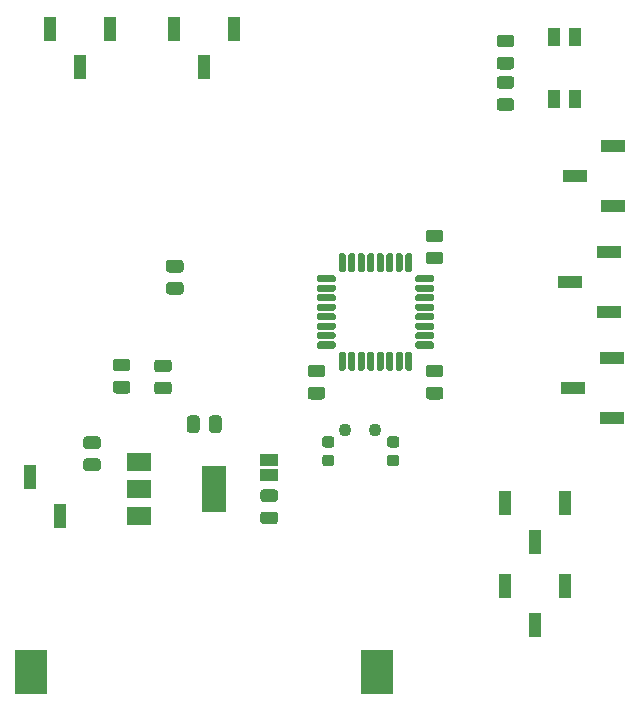
<source format=gbr>
%TF.GenerationSoftware,KiCad,Pcbnew,(5.1.6)-1*%
%TF.CreationDate,2021-01-08T17:07:44+01:00*%
%TF.ProjectId,stm32L412K8T6,73746d33-324c-4343-9132-4b3854362e6b,rev?*%
%TF.SameCoordinates,Original*%
%TF.FileFunction,Soldermask,Top*%
%TF.FilePolarity,Negative*%
%FSLAX46Y46*%
G04 Gerber Fmt 4.6, Leading zero omitted, Abs format (unit mm)*
G04 Created by KiCad (PCBNEW (5.1.6)-1) date 2021-01-08 17:07:44*
%MOMM*%
%LPD*%
G01*
G04 APERTURE LIST*
%ADD10R,2.000000X1.100000*%
%ADD11C,1.100000*%
%ADD12R,2.100000X1.600000*%
%ADD13R,2.100000X3.900000*%
%ADD14R,1.100000X1.650000*%
%ADD15R,1.600000X1.100000*%
%ADD16R,1.100000X2.000000*%
%ADD17R,2.700000X3.700000*%
G04 APERTURE END LIST*
D10*
%TO.C,J8*%
X169150000Y-75040000D03*
X169150000Y-69960000D03*
X165850000Y-72500000D03*
%TD*%
%TO.C,J7*%
X168800000Y-84040000D03*
X168800000Y-78960000D03*
X165500000Y-81500000D03*
%TD*%
%TO.C,J3*%
X169000000Y-93000000D03*
X169000000Y-87920000D03*
X165700000Y-90460000D03*
%TD*%
D11*
%TO.C,Y1*%
X146460000Y-94000000D03*
X149000000Y-94000000D03*
%TD*%
D12*
%TO.C,U2*%
X129000000Y-96700000D03*
X129000000Y-101300000D03*
X129000000Y-99000000D03*
D13*
X135300000Y-99000000D03*
%TD*%
%TO.C,U1*%
G36*
G01*
X145475000Y-87100000D02*
X144175000Y-87100000D01*
G75*
G02*
X144025000Y-86950000I0J150000D01*
G01*
X144025000Y-86650000D01*
G75*
G02*
X144175000Y-86500000I150000J0D01*
G01*
X145475000Y-86500000D01*
G75*
G02*
X145625000Y-86650000I0J-150000D01*
G01*
X145625000Y-86950000D01*
G75*
G02*
X145475000Y-87100000I-150000J0D01*
G01*
G37*
G36*
G01*
X145475000Y-86300000D02*
X144175000Y-86300000D01*
G75*
G02*
X144025000Y-86150000I0J150000D01*
G01*
X144025000Y-85850000D01*
G75*
G02*
X144175000Y-85700000I150000J0D01*
G01*
X145475000Y-85700000D01*
G75*
G02*
X145625000Y-85850000I0J-150000D01*
G01*
X145625000Y-86150000D01*
G75*
G02*
X145475000Y-86300000I-150000J0D01*
G01*
G37*
G36*
G01*
X145475000Y-85500000D02*
X144175000Y-85500000D01*
G75*
G02*
X144025000Y-85350000I0J150000D01*
G01*
X144025000Y-85050000D01*
G75*
G02*
X144175000Y-84900000I150000J0D01*
G01*
X145475000Y-84900000D01*
G75*
G02*
X145625000Y-85050000I0J-150000D01*
G01*
X145625000Y-85350000D01*
G75*
G02*
X145475000Y-85500000I-150000J0D01*
G01*
G37*
G36*
G01*
X145475000Y-84700000D02*
X144175000Y-84700000D01*
G75*
G02*
X144025000Y-84550000I0J150000D01*
G01*
X144025000Y-84250000D01*
G75*
G02*
X144175000Y-84100000I150000J0D01*
G01*
X145475000Y-84100000D01*
G75*
G02*
X145625000Y-84250000I0J-150000D01*
G01*
X145625000Y-84550000D01*
G75*
G02*
X145475000Y-84700000I-150000J0D01*
G01*
G37*
G36*
G01*
X145475000Y-83900000D02*
X144175000Y-83900000D01*
G75*
G02*
X144025000Y-83750000I0J150000D01*
G01*
X144025000Y-83450000D01*
G75*
G02*
X144175000Y-83300000I150000J0D01*
G01*
X145475000Y-83300000D01*
G75*
G02*
X145625000Y-83450000I0J-150000D01*
G01*
X145625000Y-83750000D01*
G75*
G02*
X145475000Y-83900000I-150000J0D01*
G01*
G37*
G36*
G01*
X145475000Y-83100000D02*
X144175000Y-83100000D01*
G75*
G02*
X144025000Y-82950000I0J150000D01*
G01*
X144025000Y-82650000D01*
G75*
G02*
X144175000Y-82500000I150000J0D01*
G01*
X145475000Y-82500000D01*
G75*
G02*
X145625000Y-82650000I0J-150000D01*
G01*
X145625000Y-82950000D01*
G75*
G02*
X145475000Y-83100000I-150000J0D01*
G01*
G37*
G36*
G01*
X145475000Y-82300000D02*
X144175000Y-82300000D01*
G75*
G02*
X144025000Y-82150000I0J150000D01*
G01*
X144025000Y-81850000D01*
G75*
G02*
X144175000Y-81700000I150000J0D01*
G01*
X145475000Y-81700000D01*
G75*
G02*
X145625000Y-81850000I0J-150000D01*
G01*
X145625000Y-82150000D01*
G75*
G02*
X145475000Y-82300000I-150000J0D01*
G01*
G37*
G36*
G01*
X145475000Y-81500000D02*
X144175000Y-81500000D01*
G75*
G02*
X144025000Y-81350000I0J150000D01*
G01*
X144025000Y-81050000D01*
G75*
G02*
X144175000Y-80900000I150000J0D01*
G01*
X145475000Y-80900000D01*
G75*
G02*
X145625000Y-81050000I0J-150000D01*
G01*
X145625000Y-81350000D01*
G75*
G02*
X145475000Y-81500000I-150000J0D01*
G01*
G37*
G36*
G01*
X146350000Y-80625000D02*
X146050000Y-80625000D01*
G75*
G02*
X145900000Y-80475000I0J150000D01*
G01*
X145900000Y-79175000D01*
G75*
G02*
X146050000Y-79025000I150000J0D01*
G01*
X146350000Y-79025000D01*
G75*
G02*
X146500000Y-79175000I0J-150000D01*
G01*
X146500000Y-80475000D01*
G75*
G02*
X146350000Y-80625000I-150000J0D01*
G01*
G37*
G36*
G01*
X147150000Y-80625000D02*
X146850000Y-80625000D01*
G75*
G02*
X146700000Y-80475000I0J150000D01*
G01*
X146700000Y-79175000D01*
G75*
G02*
X146850000Y-79025000I150000J0D01*
G01*
X147150000Y-79025000D01*
G75*
G02*
X147300000Y-79175000I0J-150000D01*
G01*
X147300000Y-80475000D01*
G75*
G02*
X147150000Y-80625000I-150000J0D01*
G01*
G37*
G36*
G01*
X147950000Y-80625000D02*
X147650000Y-80625000D01*
G75*
G02*
X147500000Y-80475000I0J150000D01*
G01*
X147500000Y-79175000D01*
G75*
G02*
X147650000Y-79025000I150000J0D01*
G01*
X147950000Y-79025000D01*
G75*
G02*
X148100000Y-79175000I0J-150000D01*
G01*
X148100000Y-80475000D01*
G75*
G02*
X147950000Y-80625000I-150000J0D01*
G01*
G37*
G36*
G01*
X148750000Y-80625000D02*
X148450000Y-80625000D01*
G75*
G02*
X148300000Y-80475000I0J150000D01*
G01*
X148300000Y-79175000D01*
G75*
G02*
X148450000Y-79025000I150000J0D01*
G01*
X148750000Y-79025000D01*
G75*
G02*
X148900000Y-79175000I0J-150000D01*
G01*
X148900000Y-80475000D01*
G75*
G02*
X148750000Y-80625000I-150000J0D01*
G01*
G37*
G36*
G01*
X149550000Y-80625000D02*
X149250000Y-80625000D01*
G75*
G02*
X149100000Y-80475000I0J150000D01*
G01*
X149100000Y-79175000D01*
G75*
G02*
X149250000Y-79025000I150000J0D01*
G01*
X149550000Y-79025000D01*
G75*
G02*
X149700000Y-79175000I0J-150000D01*
G01*
X149700000Y-80475000D01*
G75*
G02*
X149550000Y-80625000I-150000J0D01*
G01*
G37*
G36*
G01*
X150350000Y-80625000D02*
X150050000Y-80625000D01*
G75*
G02*
X149900000Y-80475000I0J150000D01*
G01*
X149900000Y-79175000D01*
G75*
G02*
X150050000Y-79025000I150000J0D01*
G01*
X150350000Y-79025000D01*
G75*
G02*
X150500000Y-79175000I0J-150000D01*
G01*
X150500000Y-80475000D01*
G75*
G02*
X150350000Y-80625000I-150000J0D01*
G01*
G37*
G36*
G01*
X151150000Y-80625000D02*
X150850000Y-80625000D01*
G75*
G02*
X150700000Y-80475000I0J150000D01*
G01*
X150700000Y-79175000D01*
G75*
G02*
X150850000Y-79025000I150000J0D01*
G01*
X151150000Y-79025000D01*
G75*
G02*
X151300000Y-79175000I0J-150000D01*
G01*
X151300000Y-80475000D01*
G75*
G02*
X151150000Y-80625000I-150000J0D01*
G01*
G37*
G36*
G01*
X151950000Y-80625000D02*
X151650000Y-80625000D01*
G75*
G02*
X151500000Y-80475000I0J150000D01*
G01*
X151500000Y-79175000D01*
G75*
G02*
X151650000Y-79025000I150000J0D01*
G01*
X151950000Y-79025000D01*
G75*
G02*
X152100000Y-79175000I0J-150000D01*
G01*
X152100000Y-80475000D01*
G75*
G02*
X151950000Y-80625000I-150000J0D01*
G01*
G37*
G36*
G01*
X153825000Y-81500000D02*
X152525000Y-81500000D01*
G75*
G02*
X152375000Y-81350000I0J150000D01*
G01*
X152375000Y-81050000D01*
G75*
G02*
X152525000Y-80900000I150000J0D01*
G01*
X153825000Y-80900000D01*
G75*
G02*
X153975000Y-81050000I0J-150000D01*
G01*
X153975000Y-81350000D01*
G75*
G02*
X153825000Y-81500000I-150000J0D01*
G01*
G37*
G36*
G01*
X153825000Y-82300000D02*
X152525000Y-82300000D01*
G75*
G02*
X152375000Y-82150000I0J150000D01*
G01*
X152375000Y-81850000D01*
G75*
G02*
X152525000Y-81700000I150000J0D01*
G01*
X153825000Y-81700000D01*
G75*
G02*
X153975000Y-81850000I0J-150000D01*
G01*
X153975000Y-82150000D01*
G75*
G02*
X153825000Y-82300000I-150000J0D01*
G01*
G37*
G36*
G01*
X153825000Y-83100000D02*
X152525000Y-83100000D01*
G75*
G02*
X152375000Y-82950000I0J150000D01*
G01*
X152375000Y-82650000D01*
G75*
G02*
X152525000Y-82500000I150000J0D01*
G01*
X153825000Y-82500000D01*
G75*
G02*
X153975000Y-82650000I0J-150000D01*
G01*
X153975000Y-82950000D01*
G75*
G02*
X153825000Y-83100000I-150000J0D01*
G01*
G37*
G36*
G01*
X153825000Y-83900000D02*
X152525000Y-83900000D01*
G75*
G02*
X152375000Y-83750000I0J150000D01*
G01*
X152375000Y-83450000D01*
G75*
G02*
X152525000Y-83300000I150000J0D01*
G01*
X153825000Y-83300000D01*
G75*
G02*
X153975000Y-83450000I0J-150000D01*
G01*
X153975000Y-83750000D01*
G75*
G02*
X153825000Y-83900000I-150000J0D01*
G01*
G37*
G36*
G01*
X153825000Y-84700000D02*
X152525000Y-84700000D01*
G75*
G02*
X152375000Y-84550000I0J150000D01*
G01*
X152375000Y-84250000D01*
G75*
G02*
X152525000Y-84100000I150000J0D01*
G01*
X153825000Y-84100000D01*
G75*
G02*
X153975000Y-84250000I0J-150000D01*
G01*
X153975000Y-84550000D01*
G75*
G02*
X153825000Y-84700000I-150000J0D01*
G01*
G37*
G36*
G01*
X153825000Y-85500000D02*
X152525000Y-85500000D01*
G75*
G02*
X152375000Y-85350000I0J150000D01*
G01*
X152375000Y-85050000D01*
G75*
G02*
X152525000Y-84900000I150000J0D01*
G01*
X153825000Y-84900000D01*
G75*
G02*
X153975000Y-85050000I0J-150000D01*
G01*
X153975000Y-85350000D01*
G75*
G02*
X153825000Y-85500000I-150000J0D01*
G01*
G37*
G36*
G01*
X153825000Y-86300000D02*
X152525000Y-86300000D01*
G75*
G02*
X152375000Y-86150000I0J150000D01*
G01*
X152375000Y-85850000D01*
G75*
G02*
X152525000Y-85700000I150000J0D01*
G01*
X153825000Y-85700000D01*
G75*
G02*
X153975000Y-85850000I0J-150000D01*
G01*
X153975000Y-86150000D01*
G75*
G02*
X153825000Y-86300000I-150000J0D01*
G01*
G37*
G36*
G01*
X153825000Y-87100000D02*
X152525000Y-87100000D01*
G75*
G02*
X152375000Y-86950000I0J150000D01*
G01*
X152375000Y-86650000D01*
G75*
G02*
X152525000Y-86500000I150000J0D01*
G01*
X153825000Y-86500000D01*
G75*
G02*
X153975000Y-86650000I0J-150000D01*
G01*
X153975000Y-86950000D01*
G75*
G02*
X153825000Y-87100000I-150000J0D01*
G01*
G37*
G36*
G01*
X151950000Y-88975000D02*
X151650000Y-88975000D01*
G75*
G02*
X151500000Y-88825000I0J150000D01*
G01*
X151500000Y-87525000D01*
G75*
G02*
X151650000Y-87375000I150000J0D01*
G01*
X151950000Y-87375000D01*
G75*
G02*
X152100000Y-87525000I0J-150000D01*
G01*
X152100000Y-88825000D01*
G75*
G02*
X151950000Y-88975000I-150000J0D01*
G01*
G37*
G36*
G01*
X151150000Y-88975000D02*
X150850000Y-88975000D01*
G75*
G02*
X150700000Y-88825000I0J150000D01*
G01*
X150700000Y-87525000D01*
G75*
G02*
X150850000Y-87375000I150000J0D01*
G01*
X151150000Y-87375000D01*
G75*
G02*
X151300000Y-87525000I0J-150000D01*
G01*
X151300000Y-88825000D01*
G75*
G02*
X151150000Y-88975000I-150000J0D01*
G01*
G37*
G36*
G01*
X150350000Y-88975000D02*
X150050000Y-88975000D01*
G75*
G02*
X149900000Y-88825000I0J150000D01*
G01*
X149900000Y-87525000D01*
G75*
G02*
X150050000Y-87375000I150000J0D01*
G01*
X150350000Y-87375000D01*
G75*
G02*
X150500000Y-87525000I0J-150000D01*
G01*
X150500000Y-88825000D01*
G75*
G02*
X150350000Y-88975000I-150000J0D01*
G01*
G37*
G36*
G01*
X149550000Y-88975000D02*
X149250000Y-88975000D01*
G75*
G02*
X149100000Y-88825000I0J150000D01*
G01*
X149100000Y-87525000D01*
G75*
G02*
X149250000Y-87375000I150000J0D01*
G01*
X149550000Y-87375000D01*
G75*
G02*
X149700000Y-87525000I0J-150000D01*
G01*
X149700000Y-88825000D01*
G75*
G02*
X149550000Y-88975000I-150000J0D01*
G01*
G37*
G36*
G01*
X148750000Y-88975000D02*
X148450000Y-88975000D01*
G75*
G02*
X148300000Y-88825000I0J150000D01*
G01*
X148300000Y-87525000D01*
G75*
G02*
X148450000Y-87375000I150000J0D01*
G01*
X148750000Y-87375000D01*
G75*
G02*
X148900000Y-87525000I0J-150000D01*
G01*
X148900000Y-88825000D01*
G75*
G02*
X148750000Y-88975000I-150000J0D01*
G01*
G37*
G36*
G01*
X147950000Y-88975000D02*
X147650000Y-88975000D01*
G75*
G02*
X147500000Y-88825000I0J150000D01*
G01*
X147500000Y-87525000D01*
G75*
G02*
X147650000Y-87375000I150000J0D01*
G01*
X147950000Y-87375000D01*
G75*
G02*
X148100000Y-87525000I0J-150000D01*
G01*
X148100000Y-88825000D01*
G75*
G02*
X147950000Y-88975000I-150000J0D01*
G01*
G37*
G36*
G01*
X147150000Y-88975000D02*
X146850000Y-88975000D01*
G75*
G02*
X146700000Y-88825000I0J150000D01*
G01*
X146700000Y-87525000D01*
G75*
G02*
X146850000Y-87375000I150000J0D01*
G01*
X147150000Y-87375000D01*
G75*
G02*
X147300000Y-87525000I0J-150000D01*
G01*
X147300000Y-88825000D01*
G75*
G02*
X147150000Y-88975000I-150000J0D01*
G01*
G37*
G36*
G01*
X146350000Y-88975000D02*
X146050000Y-88975000D01*
G75*
G02*
X145900000Y-88825000I0J150000D01*
G01*
X145900000Y-87525000D01*
G75*
G02*
X146050000Y-87375000I150000J0D01*
G01*
X146350000Y-87375000D01*
G75*
G02*
X146500000Y-87525000I0J-150000D01*
G01*
X146500000Y-88825000D01*
G75*
G02*
X146350000Y-88975000I-150000J0D01*
G01*
G37*
%TD*%
D14*
%TO.C,SW1*%
X164150000Y-60750000D03*
X164150000Y-66000000D03*
X165850000Y-66000000D03*
X165850000Y-60750000D03*
%TD*%
%TO.C,R7*%
G36*
G01*
X160481250Y-65100000D02*
X159518750Y-65100000D01*
G75*
G02*
X159250000Y-64831250I0J268750D01*
G01*
X159250000Y-64293750D01*
G75*
G02*
X159518750Y-64025000I268750J0D01*
G01*
X160481250Y-64025000D01*
G75*
G02*
X160750000Y-64293750I0J-268750D01*
G01*
X160750000Y-64831250D01*
G75*
G02*
X160481250Y-65100000I-268750J0D01*
G01*
G37*
G36*
G01*
X160481250Y-66975000D02*
X159518750Y-66975000D01*
G75*
G02*
X159250000Y-66706250I0J268750D01*
G01*
X159250000Y-66168750D01*
G75*
G02*
X159518750Y-65900000I268750J0D01*
G01*
X160481250Y-65900000D01*
G75*
G02*
X160750000Y-66168750I0J-268750D01*
G01*
X160750000Y-66706250D01*
G75*
G02*
X160481250Y-66975000I-268750J0D01*
G01*
G37*
%TD*%
%TO.C,R6*%
G36*
G01*
X131518750Y-81462500D02*
X132481250Y-81462500D01*
G75*
G02*
X132750000Y-81731250I0J-268750D01*
G01*
X132750000Y-82268750D01*
G75*
G02*
X132481250Y-82537500I-268750J0D01*
G01*
X131518750Y-82537500D01*
G75*
G02*
X131250000Y-82268750I0J268750D01*
G01*
X131250000Y-81731250D01*
G75*
G02*
X131518750Y-81462500I268750J0D01*
G01*
G37*
G36*
G01*
X131518750Y-79587500D02*
X132481250Y-79587500D01*
G75*
G02*
X132750000Y-79856250I0J-268750D01*
G01*
X132750000Y-80393750D01*
G75*
G02*
X132481250Y-80662500I-268750J0D01*
G01*
X131518750Y-80662500D01*
G75*
G02*
X131250000Y-80393750I0J268750D01*
G01*
X131250000Y-79856250D01*
G75*
G02*
X131518750Y-79587500I268750J0D01*
G01*
G37*
%TD*%
%TO.C,R5*%
G36*
G01*
X139518750Y-100900000D02*
X140481250Y-100900000D01*
G75*
G02*
X140750000Y-101168750I0J-268750D01*
G01*
X140750000Y-101706250D01*
G75*
G02*
X140481250Y-101975000I-268750J0D01*
G01*
X139518750Y-101975000D01*
G75*
G02*
X139250000Y-101706250I0J268750D01*
G01*
X139250000Y-101168750D01*
G75*
G02*
X139518750Y-100900000I268750J0D01*
G01*
G37*
G36*
G01*
X139518750Y-99025000D02*
X140481250Y-99025000D01*
G75*
G02*
X140750000Y-99293750I0J-268750D01*
G01*
X140750000Y-99831250D01*
G75*
G02*
X140481250Y-100100000I-268750J0D01*
G01*
X139518750Y-100100000D01*
G75*
G02*
X139250000Y-99831250I0J268750D01*
G01*
X139250000Y-99293750D01*
G75*
G02*
X139518750Y-99025000I268750J0D01*
G01*
G37*
%TD*%
%TO.C,R4*%
G36*
G01*
X127981250Y-89037500D02*
X127018750Y-89037500D01*
G75*
G02*
X126750000Y-88768750I0J268750D01*
G01*
X126750000Y-88231250D01*
G75*
G02*
X127018750Y-87962500I268750J0D01*
G01*
X127981250Y-87962500D01*
G75*
G02*
X128250000Y-88231250I0J-268750D01*
G01*
X128250000Y-88768750D01*
G75*
G02*
X127981250Y-89037500I-268750J0D01*
G01*
G37*
G36*
G01*
X127981250Y-90912500D02*
X127018750Y-90912500D01*
G75*
G02*
X126750000Y-90643750I0J268750D01*
G01*
X126750000Y-90106250D01*
G75*
G02*
X127018750Y-89837500I268750J0D01*
G01*
X127981250Y-89837500D01*
G75*
G02*
X128250000Y-90106250I0J-268750D01*
G01*
X128250000Y-90643750D01*
G75*
G02*
X127981250Y-90912500I-268750J0D01*
G01*
G37*
%TD*%
%TO.C,R3*%
G36*
G01*
X131481250Y-89100000D02*
X130518750Y-89100000D01*
G75*
G02*
X130250000Y-88831250I0J268750D01*
G01*
X130250000Y-88293750D01*
G75*
G02*
X130518750Y-88025000I268750J0D01*
G01*
X131481250Y-88025000D01*
G75*
G02*
X131750000Y-88293750I0J-268750D01*
G01*
X131750000Y-88831250D01*
G75*
G02*
X131481250Y-89100000I-268750J0D01*
G01*
G37*
G36*
G01*
X131481250Y-90975000D02*
X130518750Y-90975000D01*
G75*
G02*
X130250000Y-90706250I0J268750D01*
G01*
X130250000Y-90168750D01*
G75*
G02*
X130518750Y-89900000I268750J0D01*
G01*
X131481250Y-89900000D01*
G75*
G02*
X131750000Y-90168750I0J-268750D01*
G01*
X131750000Y-90706250D01*
G75*
G02*
X131481250Y-90975000I-268750J0D01*
G01*
G37*
%TD*%
D15*
%TO.C,JP1*%
X140000000Y-96500000D03*
X140000000Y-97800000D03*
%TD*%
D16*
%TO.C,J6*%
X165040000Y-100200000D03*
X159960000Y-100200000D03*
X162500000Y-103500000D03*
%TD*%
%TO.C,J5*%
X137000000Y-60000000D03*
X131920000Y-60000000D03*
X134460000Y-63300000D03*
%TD*%
%TO.C,J4*%
X165040000Y-107200000D03*
X159960000Y-107200000D03*
X162500000Y-110500000D03*
%TD*%
%TO.C,J2*%
X126540000Y-60000000D03*
X121460000Y-60000000D03*
X124000000Y-63300000D03*
%TD*%
%TO.C,J1*%
X119730000Y-98000000D03*
X122270000Y-101300000D03*
%TD*%
%TO.C,D2*%
G36*
G01*
X159518750Y-62400000D02*
X160481250Y-62400000D01*
G75*
G02*
X160750000Y-62668750I0J-268750D01*
G01*
X160750000Y-63206250D01*
G75*
G02*
X160481250Y-63475000I-268750J0D01*
G01*
X159518750Y-63475000D01*
G75*
G02*
X159250000Y-63206250I0J268750D01*
G01*
X159250000Y-62668750D01*
G75*
G02*
X159518750Y-62400000I268750J0D01*
G01*
G37*
G36*
G01*
X159518750Y-60525000D02*
X160481250Y-60525000D01*
G75*
G02*
X160750000Y-60793750I0J-268750D01*
G01*
X160750000Y-61331250D01*
G75*
G02*
X160481250Y-61600000I-268750J0D01*
G01*
X159518750Y-61600000D01*
G75*
G02*
X159250000Y-61331250I0J268750D01*
G01*
X159250000Y-60793750D01*
G75*
G02*
X159518750Y-60525000I268750J0D01*
G01*
G37*
%TD*%
%TO.C,C7*%
G36*
G01*
X134900000Y-93981250D02*
X134900000Y-93018750D01*
G75*
G02*
X135168750Y-92750000I268750J0D01*
G01*
X135706250Y-92750000D01*
G75*
G02*
X135975000Y-93018750I0J-268750D01*
G01*
X135975000Y-93981250D01*
G75*
G02*
X135706250Y-94250000I-268750J0D01*
G01*
X135168750Y-94250000D01*
G75*
G02*
X134900000Y-93981250I0J268750D01*
G01*
G37*
G36*
G01*
X133025000Y-93981250D02*
X133025000Y-93018750D01*
G75*
G02*
X133293750Y-92750000I268750J0D01*
G01*
X133831250Y-92750000D01*
G75*
G02*
X134100000Y-93018750I0J-268750D01*
G01*
X134100000Y-93981250D01*
G75*
G02*
X133831250Y-94250000I-268750J0D01*
G01*
X133293750Y-94250000D01*
G75*
G02*
X133025000Y-93981250I0J268750D01*
G01*
G37*
%TD*%
%TO.C,C6*%
G36*
G01*
X125481250Y-95600000D02*
X124518750Y-95600000D01*
G75*
G02*
X124250000Y-95331250I0J268750D01*
G01*
X124250000Y-94793750D01*
G75*
G02*
X124518750Y-94525000I268750J0D01*
G01*
X125481250Y-94525000D01*
G75*
G02*
X125750000Y-94793750I0J-268750D01*
G01*
X125750000Y-95331250D01*
G75*
G02*
X125481250Y-95600000I-268750J0D01*
G01*
G37*
G36*
G01*
X125481250Y-97475000D02*
X124518750Y-97475000D01*
G75*
G02*
X124250000Y-97206250I0J268750D01*
G01*
X124250000Y-96668750D01*
G75*
G02*
X124518750Y-96400000I268750J0D01*
G01*
X125481250Y-96400000D01*
G75*
G02*
X125750000Y-96668750I0J-268750D01*
G01*
X125750000Y-97206250D01*
G75*
G02*
X125481250Y-97475000I-268750J0D01*
G01*
G37*
%TD*%
%TO.C,C5*%
G36*
G01*
X144481250Y-89537500D02*
X143518750Y-89537500D01*
G75*
G02*
X143250000Y-89268750I0J268750D01*
G01*
X143250000Y-88731250D01*
G75*
G02*
X143518750Y-88462500I268750J0D01*
G01*
X144481250Y-88462500D01*
G75*
G02*
X144750000Y-88731250I0J-268750D01*
G01*
X144750000Y-89268750D01*
G75*
G02*
X144481250Y-89537500I-268750J0D01*
G01*
G37*
G36*
G01*
X144481250Y-91412500D02*
X143518750Y-91412500D01*
G75*
G02*
X143250000Y-91143750I0J268750D01*
G01*
X143250000Y-90606250D01*
G75*
G02*
X143518750Y-90337500I268750J0D01*
G01*
X144481250Y-90337500D01*
G75*
G02*
X144750000Y-90606250I0J-268750D01*
G01*
X144750000Y-91143750D01*
G75*
G02*
X144481250Y-91412500I-268750J0D01*
G01*
G37*
%TD*%
%TO.C,C4*%
G36*
G01*
X144718750Y-96087500D02*
X145281250Y-96087500D01*
G75*
G02*
X145525000Y-96331250I0J-243750D01*
G01*
X145525000Y-96818750D01*
G75*
G02*
X145281250Y-97062500I-243750J0D01*
G01*
X144718750Y-97062500D01*
G75*
G02*
X144475000Y-96818750I0J243750D01*
G01*
X144475000Y-96331250D01*
G75*
G02*
X144718750Y-96087500I243750J0D01*
G01*
G37*
G36*
G01*
X144718750Y-94512500D02*
X145281250Y-94512500D01*
G75*
G02*
X145525000Y-94756250I0J-243750D01*
G01*
X145525000Y-95243750D01*
G75*
G02*
X145281250Y-95487500I-243750J0D01*
G01*
X144718750Y-95487500D01*
G75*
G02*
X144475000Y-95243750I0J243750D01*
G01*
X144475000Y-94756250D01*
G75*
G02*
X144718750Y-94512500I243750J0D01*
G01*
G37*
%TD*%
%TO.C,C3*%
G36*
G01*
X154481250Y-89537500D02*
X153518750Y-89537500D01*
G75*
G02*
X153250000Y-89268750I0J268750D01*
G01*
X153250000Y-88731250D01*
G75*
G02*
X153518750Y-88462500I268750J0D01*
G01*
X154481250Y-88462500D01*
G75*
G02*
X154750000Y-88731250I0J-268750D01*
G01*
X154750000Y-89268750D01*
G75*
G02*
X154481250Y-89537500I-268750J0D01*
G01*
G37*
G36*
G01*
X154481250Y-91412500D02*
X153518750Y-91412500D01*
G75*
G02*
X153250000Y-91143750I0J268750D01*
G01*
X153250000Y-90606250D01*
G75*
G02*
X153518750Y-90337500I268750J0D01*
G01*
X154481250Y-90337500D01*
G75*
G02*
X154750000Y-90606250I0J-268750D01*
G01*
X154750000Y-91143750D01*
G75*
G02*
X154481250Y-91412500I-268750J0D01*
G01*
G37*
%TD*%
%TO.C,C2*%
G36*
G01*
X150218750Y-96087500D02*
X150781250Y-96087500D01*
G75*
G02*
X151025000Y-96331250I0J-243750D01*
G01*
X151025000Y-96818750D01*
G75*
G02*
X150781250Y-97062500I-243750J0D01*
G01*
X150218750Y-97062500D01*
G75*
G02*
X149975000Y-96818750I0J243750D01*
G01*
X149975000Y-96331250D01*
G75*
G02*
X150218750Y-96087500I243750J0D01*
G01*
G37*
G36*
G01*
X150218750Y-94512500D02*
X150781250Y-94512500D01*
G75*
G02*
X151025000Y-94756250I0J-243750D01*
G01*
X151025000Y-95243750D01*
G75*
G02*
X150781250Y-95487500I-243750J0D01*
G01*
X150218750Y-95487500D01*
G75*
G02*
X149975000Y-95243750I0J243750D01*
G01*
X149975000Y-94756250D01*
G75*
G02*
X150218750Y-94512500I243750J0D01*
G01*
G37*
%TD*%
%TO.C,C1*%
G36*
G01*
X154481250Y-78100000D02*
X153518750Y-78100000D01*
G75*
G02*
X153250000Y-77831250I0J268750D01*
G01*
X153250000Y-77293750D01*
G75*
G02*
X153518750Y-77025000I268750J0D01*
G01*
X154481250Y-77025000D01*
G75*
G02*
X154750000Y-77293750I0J-268750D01*
G01*
X154750000Y-77831250D01*
G75*
G02*
X154481250Y-78100000I-268750J0D01*
G01*
G37*
G36*
G01*
X154481250Y-79975000D02*
X153518750Y-79975000D01*
G75*
G02*
X153250000Y-79706250I0J268750D01*
G01*
X153250000Y-79168750D01*
G75*
G02*
X153518750Y-78900000I268750J0D01*
G01*
X154481250Y-78900000D01*
G75*
G02*
X154750000Y-79168750I0J-268750D01*
G01*
X154750000Y-79706250D01*
G75*
G02*
X154481250Y-79975000I-268750J0D01*
G01*
G37*
%TD*%
D17*
%TO.C,BT1*%
X149150000Y-114500000D03*
X119850000Y-114500000D03*
%TD*%
M02*

</source>
